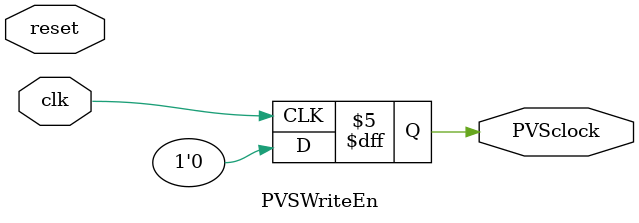
<source format=v>

module PVSWriteEn(reset, clk, PVSclock);
    input reset;
    input clk;
    output reg PVSclock;

    initial begin
        PVSclock = 0;
    end

    always @(posedge clk) begin
        if (reset)
            PVSclock <= 0;
        else    
            PVSclock <= 0;           
    end
endmodule

</source>
